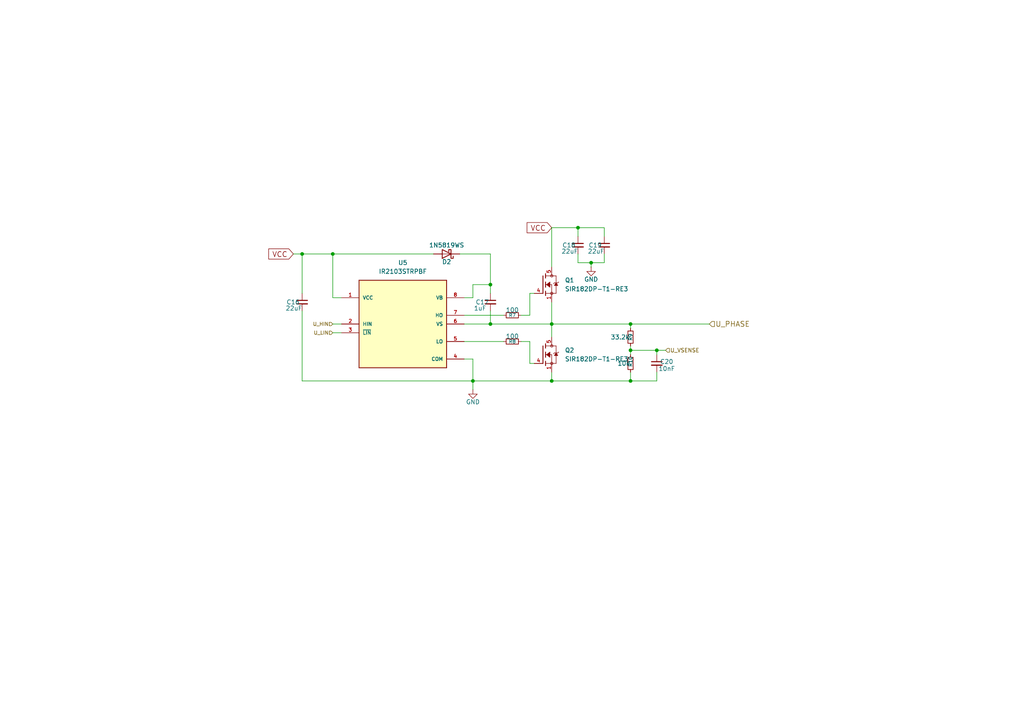
<source format=kicad_sch>
(kicad_sch (version 20250114) (generator "eeschema") (generator_version "9.0")
  (paper "A4")
  (lib_symbols
    (symbol "Device:C_Small" (pin_numbers (hide yes)) (pin_names (offset 0.254) (hide yes))
      (property "Reference" "C" (at 0.254 1.778 0))
      (property "Value" "C_Small" (at 0.254 -2.032 0))
      (symbol "C_Small_0_1"
        (polyline (pts (xy -1.524 0.508) (xy 1.524 0.508)) (stroke (width 0.3048)))
        (polyline (pts (xy -1.524 -0.508) (xy 1.524 -0.508)) (stroke (width 0.3302)))
      )
      (symbol "C_Small_1_1"
        (pin passive line (at 0 2.54 270) (length 2.032) (name "~") (number "1"))
        (pin passive line (at 0 -2.54 90) (length 2.032) (name "~") (number "2"))
      )
    )
    (symbol "Device:R_Small" (pin_numbers (hide yes)) (pin_names (offset 0.254) (hide yes))
      (property "Reference" "R" (at 0 0 90))
      (property "Value" "R_Small" (at 1.778 0 90))
      (symbol "R_Small_0_1"
        (rectangle (start -0.762 1.778) (end 0.762 -1.778) (stroke (width 0.2032)))
      )
      (symbol "R_Small_1_1"
        (pin passive line (at 0 2.54 270) (length 0.762) (name "~") (number "1"))
        (pin passive line (at 0 -2.54 90) (length 0.762) (name "~") (number "2"))
      )
    )
    (symbol "Diode:1N5819WS" (pin_numbers (hide yes)) (pin_names (offset 1.016) (hide yes))
      (property "Reference" "D" (at 0 2.54 0))
      (property "Value" "1N5819WS" (at 0 -2.54 0))
      (symbol "1N5819WS_0_1"
        (polyline (pts (xy -1.905 0.635) (xy -1.905 1.27) (xy -1.27 1.27) (xy -1.27 -1.27) (xy -0.635 -1.27) (xy -0.635 -0.635)) (stroke (width 0.254)))
        (polyline (pts (xy 1.27 1.27) (xy 1.27 -1.27) (xy -1.27 0) (xy 1.27 1.27)) (stroke (width 0.254)))
        (polyline (pts (xy 1.27 0) (xy -1.27 0)))
      )
      (symbol "1N5819WS_1_1"
        (pin passive line (at -3.81 0 0) (length 2.54) (name "K") (number "1"))
        (pin passive line (at 3.81 0 180) (length 2.54) (name "A") (number "2"))
      )
    )
    (symbol "ESC:SIR182DP-T1-RE3" (pin_names (offset 1.016))
      (property "Reference" "Q1" (at 5.08 1.2701 0))
      (property "Value" "SIR182DP-T1-RE3" (at 5.08 -1.2699 0))
      (symbol "SIR182DP-T1-RE3_0_0"
        (polyline (pts (xy -1.27 2.54) (xy -1.27 -2.54)) (stroke (width 0.254)))
        (polyline (pts (xy -0.508 3.175) (xy -0.508 2.54)) (stroke (width 0.254)))
        (polyline (pts (xy -0.508 2.54) (xy -0.508 1.905)) (stroke (width 0.254)))
        (polyline (pts (xy -0.508 2.54) (xy 2.54 2.54)) (stroke (width 0.1524)))
        (polyline (pts (xy -0.508 0.762) (xy -0.508 0)) (stroke (width 0.254)))
        (polyline (pts (xy -0.508 0) (xy -0.508 -0.762)) (stroke (width 0.254)))
        (polyline (pts (xy -0.508 0) (xy 1.27 0)) (stroke (width 0.1524)))
        (polyline (pts (xy -0.508 -1.905) (xy -0.508 -3.175)) (stroke (width 0.254)))
        (polyline (pts (xy -0.254 0) (xy 0.762 0.762) (xy 0.762 -0.762) (xy -0.254 0)) (stroke (width 0.1524)) (fill (type outline)))
        (circle (center 1.27 2.54) (radius 0.3592))
        (polyline (pts (xy 1.27 0) (xy 1.27 -2.54)) (stroke (width 0.1524)))
        (circle (center 1.27 -2.54) (radius 0.3592))
        (polyline (pts (xy 2.032 0.508) (xy 1.778 0.254)) (stroke (width 0.1524)))
        (polyline (pts (xy 2.54 2.54) (xy 2.54 0.508)) (stroke (width 0.1524)))
        (polyline (pts (xy 2.54 0.508) (xy 2.032 0.508)) (stroke (width 0.1524)))
        (polyline (pts (xy 2.54 0.508) (xy 2.54 -2.54)) (stroke (width 0.1524)))
        (polyline (pts (xy 2.54 0.508) (xy 2.032 -0.254) (xy 3.048 -0.254) (xy 2.54 0.508)) (stroke (width 0.1524)) (fill (type outline)))
        (polyline (pts (xy 2.54 -2.54) (xy -0.508 -2.54)) (stroke (width 0.1524)))
        (polyline (pts (xy 3.048 0.508) (xy 2.54 0.508)) (stroke (width 0.1524)))
        (polyline (pts (xy 3.302 0.762) (xy 3.048 0.508)) (stroke (width 0.1524)))
        (pin passive line (at -3.81 -2.54 0) (length 2.54) (name "~") (number "4"))
        (pin passive line (at 1.27 5.08 270) (length 2.54) (name "~") (number "5"))
        (pin passive line (at 1.27 5.08 270) (length 2.54) (hide yes) (name "~") (number "6"))
        (pin passive line (at 1.27 5.08 270) (length 2.54) (hide yes) (name "~") (number "7"))
        (pin passive line (at 1.27 5.08 270) (length 2.54) (hide yes) (name "~") (number "8"))
        (pin passive line (at 1.27 5.08 270) (length 2.54) (hide yes) (name "~") (number "9"))
        (pin passive line (at 1.27 -5.08 90) (length 2.54) (name "~") (number "1"))
        (pin passive line (at 1.27 -5.08 90) (length 2.54) (hide yes) (name "~") (number "2"))
        (pin passive line (at 1.27 -5.08 90) (length 2.54) (hide yes) (name "~") (number "3"))
      )
    )
    (symbol "IR2103STRPBF_1" (pin_names (offset 1.016))
      (property "Reference" "U1" (at 0 17.78 0))
      (property "Value" "IR2103STRPBF" (at 0 15.24 0))
      (symbol "IR2103STRPBF_1_0_0"
        (rectangle (start -12.7 12.7) (end 12.7 -12.7) (stroke (width 0.254)) (fill (type background)))
        (pin power_in line (at -17.78 7.62 0) (length 5.08) (name "VCC") (number "1"))
        (pin input line (at -17.78 0 0) (length 5.08) (name "HIN") (number "2"))
        (pin input line (at -17.78 -2.54 0) (length 5.08) (name "~{LIN}") (number "3"))
        (pin power_in line (at 17.78 7.62 180) (length 5.08) (name "VB") (number "8"))
        (pin output line (at 17.78 2.54 180) (length 5.08) (name "HO") (number "7"))
        (pin output line (at 17.78 0 180) (length 5.08) (name "VS") (number "6"))
        (pin output line (at 17.78 -5.08 180) (length 5.08) (name "LO") (number "5"))
        (pin power_in line (at 17.78 -10.16 180) (length 5.08) (name "COM") (number "4"))
      )
    )
    (symbol "power:GND" (power) (pin_numbers (hide yes)) (pin_names (offset 0) (hide yes))
      (property "Value" "GND" (at 0 -3.81 0))
      (symbol "GND_0_1"
        (polyline (pts (xy 0 0) (xy 0 -1.27) (xy 1.27 -1.27) (xy 0 -2.54) (xy -1.27 -1.27) (xy 0 -1.27)))
      )
      (symbol "GND_1_1"
        (pin power_in line (at 0 0 270) (length 0) (name "~") (number "1"))
      )
    )
  )
  (junction (at 171.45 76.2))
  (junction (at 87.63 73.66))
  (junction (at 137.16 110.49))
  (junction (at 142.24 93.98))
  (junction (at 182.88 93.98))
  (junction (at 167.64 66.04))
  (junction (at 142.24 82.55))
  (junction (at 160.02 110.49))
  (junction (at 182.88 101.6))
  (junction (at 182.88 110.49))
  (junction (at 160.02 93.98))
  (junction (at 96.52 73.66))
  (junction (at 190.5 101.6))
  (wire (pts (xy 137.16 86.36) (xy 137.16 82.55)))
  (wire (pts (xy 190.5 101.6) (xy 193.04 101.6)))
  (wire (pts (xy 137.16 110.49) (xy 87.63 110.49)))
  (wire (pts (xy 182.88 101.6) (xy 182.88 102.87)))
  (wire (pts (xy 171.45 76.2) (xy 171.45 77.47)))
  (wire (pts (xy 137.16 110.49) (xy 160.02 110.49)))
  (wire (pts (xy 142.24 93.98) (xy 160.02 93.98)))
  (wire (pts (xy 182.88 100.33) (xy 182.88 101.6)))
  (wire (pts (xy 137.16 104.14) (xy 137.16 110.49)))
  (wire (pts (xy 182.88 101.6) (xy 190.5 101.6)))
  (wire (pts (xy 153.67 99.06) (xy 153.67 105.41)))
  (wire (pts (xy 153.67 105.41) (xy 154.94 105.41)))
  (wire (pts (xy 142.24 73.66) (xy 142.24 82.55)))
  (wire (pts (xy 96.52 73.66) (xy 125.73 73.66)))
  (wire (pts (xy 171.45 76.2) (xy 175.26 76.2)))
  (wire (pts (xy 87.63 85.09) (xy 87.63 73.66)))
  (wire (pts (xy 134.62 86.36) (xy 137.16 86.36)))
  (wire (pts (xy 175.26 66.04) (xy 175.26 68.58)))
  (wire (pts (xy 134.62 99.06) (xy 146.05 99.06)))
  (wire (pts (xy 134.62 104.14) (xy 137.16 104.14)))
  (wire (pts (xy 190.5 107.95) (xy 190.5 110.49)))
  (wire (pts (xy 137.16 82.55) (xy 142.24 82.55)))
  (wire (pts (xy 151.13 99.06) (xy 153.67 99.06)))
  (wire (pts (xy 190.5 101.6) (xy 190.5 102.87)))
  (wire (pts (xy 96.52 96.52) (xy 99.06 96.52)))
  (wire (pts (xy 134.62 93.98) (xy 142.24 93.98)))
  (wire (pts (xy 142.24 82.55) (xy 142.24 85.09)))
  (wire (pts (xy 167.64 66.04) (xy 175.26 66.04)))
  (wire (pts (xy 142.24 90.17) (xy 142.24 93.98)))
  (wire (pts (xy 160.02 93.98) (xy 182.88 93.98)))
  (wire (pts (xy 182.88 93.98) (xy 182.88 95.25)))
  (wire (pts (xy 190.5 110.49) (xy 182.88 110.49)))
  (wire (pts (xy 160.02 66.04) (xy 160.02 77.47)))
  (wire (pts (xy 160.02 110.49) (xy 160.02 107.95)))
  (wire (pts (xy 182.88 110.49) (xy 160.02 110.49)))
  (wire (pts (xy 96.52 86.36) (xy 96.52 73.66)))
  (wire (pts (xy 182.88 93.98) (xy 205.74 93.98)))
  (wire (pts (xy 153.67 85.09) (xy 154.94 85.09)))
  (wire (pts (xy 96.52 93.98) (xy 99.06 93.98)))
  (wire (pts (xy 99.06 86.36) (xy 96.52 86.36)))
  (wire (pts (xy 153.67 85.09) (xy 153.67 91.44)))
  (wire (pts (xy 87.63 73.66) (xy 96.52 73.66)))
  (wire (pts (xy 167.64 76.2) (xy 167.64 73.66)))
  (wire (pts (xy 134.62 91.44) (xy 146.05 91.44)))
  (wire (pts (xy 85.09 73.66) (xy 87.63 73.66)))
  (wire (pts (xy 137.16 110.49) (xy 137.16 113.03)))
  (wire (pts (xy 87.63 110.49) (xy 87.63 90.17)))
  (wire (pts (xy 160.02 93.98) (xy 160.02 87.63)))
  (wire (pts (xy 167.64 76.2) (xy 171.45 76.2)))
  (wire (pts (xy 153.67 91.44) (xy 151.13 91.44)))
  (wire (pts (xy 160.02 93.98) (xy 160.02 97.79)))
  (wire (pts (xy 182.88 107.95) (xy 182.88 110.49)))
  (wire (pts (xy 167.64 66.04) (xy 167.64 68.58)))
  (wire (pts (xy 175.26 76.2) (xy 175.26 73.66)))
  (wire (pts (xy 160.02 66.04) (xy 167.64 66.04)))
  (wire (pts (xy 133.35 73.66) (xy 142.24 73.66)))
  (global_label "VCC" (shape input) (at 160.02 66.04 180) (effects (font (size 1.5 1.5))) (property "Intersheetrefs" "${INTERSHEET_REFS}" (effects (hide yes))))
  (global_label "VCC" (shape input) (at 85.09 73.66 180) (effects (font (size 1.5 1.5))) (property "Intersheetrefs" "${INTERSHEET_REFS}" (effects (hide yes))))
  (hierarchical_label "U_PHASE" (shape input) (at 205.74 93.98 0) (effects (font (size 1.5 1.5))))
  (hierarchical_label "U_HIN" (shape input) (at 96.52 93.98 180) (effects (font (size 1.016 1.016))))
  (hierarchical_label "U_LIN" (shape input) (at 96.52 96.52 180) (effects (font (size 1.016 1.016))))
  (hierarchical_label "U_VSENSE" (shape input) (at 193.04 101.6 0) (effects (font (size 1.125 1.125))))
  (symbol (lib_id "Device:C_Small") (at 175.26 71.12 0) (unit 1)
    (property "Reference" "C19" (at 170.688 71.12 0) (effects (justify left)))
    (property "Value" "22uF" (at 170.434 72.898 0) (effects (justify left)))
    (property "Footprint" "Capacitor_SMD:C_1206_3216Metric" (effects (hide yes)))
    (property "Description" "Unpolarized capacitor, small symbol" (effects (hide yes)))
  )
  (symbol (lib_id "ESC:SIR182DP-T1-RE3") (at 158.75 82.55 0) (unit 1)
    (property "Reference" "Q1" (at 163.83 81.2799 0) (effects (justify left)))
    (property "Value" "SIR182DP-T1-RE3" (at 163.83 83.8199 0) (effects (justify left)))
    (property "Footprint" "esc-land-patterns:TRANS_SIR182DP-T1-RE3" (effects (hide yes)))
    (property "PARTREV" "B" (effects (hide yes)))
    (property "MF" "Vishay" (effects (hide yes)))
    (property "STANDARD" "Manufacturer Recommendations" (effects (hide yes)))
  )
  (symbol (lib_id "Device:C_Small") (at 142.24 87.63 0) (unit 1)
    (property "Reference" "C17" (at 137.922 87.63 0) (effects (justify left)))
    (property "Value" "1uF" (at 137.414 89.408 0) (effects (justify left)))
    (property "Footprint" "Capacitor_SMD:C_0805_2012Metric" (effects (hide yes)))
    (property "Description" "Unpolarized capacitor, small symbol" (effects (hide yes)))
  )
  (symbol (lib_id "Device:R_Small") (at 148.59 99.06 270) (unit 1)
    (property "Reference" "R8" (at 148.59 99.06 90) (effects (font (size 1.016 1.016))))
    (property "Value" "100" (at 148.59 97.536 90))
    (property "Footprint" "Resistor_SMD:R_1206_3216Metric" (effects (hide yes)))
    (property "Description" "Resistor, small symbol" (effects (hide yes)))
  )
  (symbol (lib_id "Device:C_Small") (at 190.5 105.41 0) (mirror y) (unit 1)
    (property "Reference" "C20" (at 195.326 104.902 0) (effects (justify left)))
    (property "Value" "10nF" (at 195.834 106.934 0) (effects (justify left)))
    (property "Footprint" "Capacitor_SMD:C_0603_1608Metric" (effects (hide yes)))
    (property "Description" "Unpolarized capacitor, small symbol" (effects (hide yes)))
  )
  (symbol (lib_id "ESC:SIR182DP-T1-RE3") (at 158.75 102.87 0) (unit 1)
    (property "Reference" "Q2" (at 163.83 101.5999 0) (effects (justify left)))
    (property "Value" "SIR182DP-T1-RE3" (at 163.83 104.1399 0) (effects (justify left)))
    (property "Footprint" "esc-land-patterns:TRANS_SIR182DP-T1-RE3" (effects (hide yes)))
    (property "PARTREV" "B" (effects (hide yes)))
    (property "MF" "Vishay" (effects (hide yes)))
    (property "STANDARD" "Manufacturer Recommendations" (effects (hide yes)))
  )
  (symbol (lib_id "Device:R_Small") (at 148.59 91.44 270) (unit 1)
    (property "Reference" "R7" (at 148.59 91.44 90) (effects (font (size 1.016 1.016))))
    (property "Value" "100" (at 148.59 89.916 90))
    (property "Footprint" "Resistor_SMD:R_1206_3216Metric" (effects (hide yes)))
    (property "Description" "Resistor, small symbol" (effects (hide yes)))
  )
  (symbol (lib_id "power:GND") (at 171.45 77.47 0) (unit 1)
    (property "Reference" "#PWR012" (effects (hide yes)))
    (property "Value" "GND" (at 171.45 81.026 0))
    (property "Description" "Power symbol creates a global label with name \"GND\" , ground" (effects (hide yes)))
  )
  (symbol (lib_name "IR2103STRPBF_1") (lib_id "ESC:IR2103STRPBF") (at 116.84 93.98 0) (unit 1)
    (property "Reference" "U5" (at 116.84 76.2 0))
    (property "Value" "IR2103STRPBF" (at 116.84 78.74 0))
    (property "Footprint" "esc-land-patterns:SOIC127P600X175-8N" (effects (hide yes)))
    (property "PARTREV" "April 18, 2013" (effects (hide yes)))
    (property "STANDARD" "IPC-7351B" (effects (hide yes)))
    (property "MAXIMUM_PACKAGE_HEIGHT" "1.75mm" (effects (hide yes)))
    (property "MANUFACTURER" "Infineon" (effects (hide yes)))
  )
  (symbol (lib_id "Device:C_Small") (at 167.64 71.12 0) (unit 1)
    (property "Reference" "C18" (at 163.068 71.12 0) (effects (justify left)))
    (property "Value" "22uF" (at 162.814 72.898 0) (effects (justify left)))
    (property "Footprint" "Capacitor_SMD:C_1206_3216Metric" (effects (hide yes)))
    (property "Description" "Unpolarized capacitor, small symbol" (effects (hide yes)))
  )
  (symbol (lib_id "Device:C_Small") (at 87.63 87.63 0) (unit 1)
    (property "Reference" "C16" (at 83.058 87.63 0) (effects (justify left)))
    (property "Value" "22uF" (at 82.804 89.408 0) (effects (justify left)))
    (property "Footprint" "Capacitor_SMD:C_1206_3216Metric" (effects (hide yes)))
    (property "Description" "Unpolarized capacitor, small symbol" (effects (hide yes)))
  )
  (symbol (lib_id "Device:R_Small") (at 182.88 97.79 0) (unit 1)
    (property "Reference" "R9" (at 182.88 97.79 90) (effects (font (size 1.016 1.016))))
    (property "Value" "33.2k" (at 179.832 97.79 0))
    (property "Footprint" "Resistor_SMD:R_0805_2012Metric" (effects (hide yes)))
    (property "Description" "Resistor, small symbol" (effects (hide yes)))
  )
  (symbol (lib_id "Device:R_Small") (at 182.88 105.41 0) (unit 1)
    (property "Reference" "R10" (at 182.88 106.426 90) (effects (font (size 1.016 1.016)) (justify left)))
    (property "Value" "10k" (at 179.07 105.41 0) (effects (justify left)))
    (property "Footprint" "Resistor_SMD:R_0805_2012Metric" (effects (hide yes)))
    (property "Description" "Resistor, small symbol" (effects (hide yes)))
  )
  (symbol (lib_id "power:GND") (at 137.16 113.03 0) (unit 1)
    (property "Reference" "#PWR011" (effects (hide yes)))
    (property "Value" "GND" (at 137.16 116.586 0))
    (property "Description" "Power symbol creates a global label with name \"GND\" , ground" (effects (hide yes)))
  )
  (symbol (lib_id "Diode:1N5819WS") (at 129.54 73.66 180) (unit 1)
    (property "Reference" "D2" (at 129.54 75.946 0))
    (property "Value" "1N5819WS" (at 129.54 71.12 0))
    (property "Footprint" "Diode_SMD:D_SOD-323" (effects (hide yes)))
    (property "Datasheet" "https://datasheet.lcsc.com/lcsc/2204281430_Guangdong-Hottech-1N5819WS_C191023.pdf" (effects (hide yes)))
    (property "Description" "40V 600mV@1A 1A SOD-323 Schottky Barrier Diodes, SOD-323" (effects (hide yes)))
  )
)
</source>
